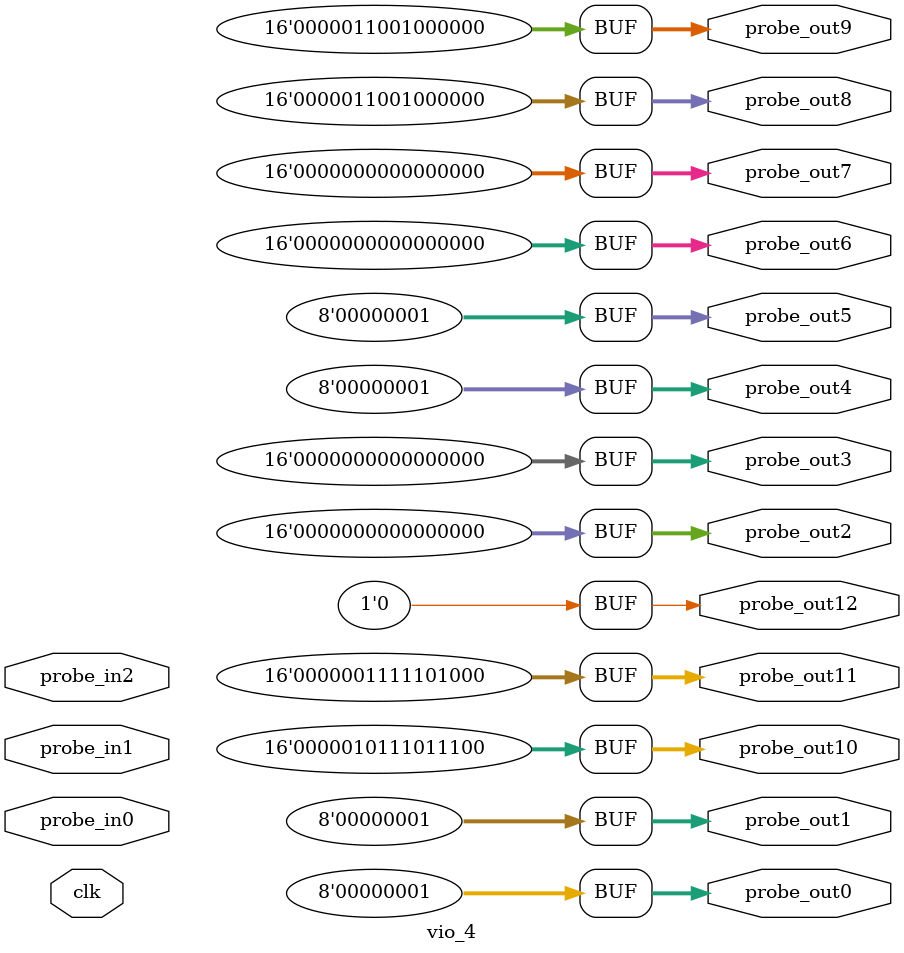
<source format=v>
`timescale 1ns / 1ps
module vio_4 (
clk,
probe_in0,probe_in1,probe_in2,
probe_out0,
probe_out1,
probe_out2,
probe_out3,
probe_out4,
probe_out5,
probe_out6,
probe_out7,
probe_out8,
probe_out9,
probe_out10,
probe_out11,
probe_out12
);

input clk;
input [15 : 0] probe_in0;
input [15 : 0] probe_in1;
input [19 : 0] probe_in2;

output reg [7 : 0] probe_out0 = 'h01 ;
output reg [7 : 0] probe_out1 = 'h01 ;
output reg [15 : 0] probe_out2 = 'h0000 ;
output reg [15 : 0] probe_out3 = 'h0000 ;
output reg [7 : 0] probe_out4 = 'h01 ;
output reg [7 : 0] probe_out5 = 'h01 ;
output reg [15 : 0] probe_out6 = 'h0000 ;
output reg [15 : 0] probe_out7 = 'h0000 ;
output reg [15 : 0] probe_out8 = 'h0640 ;
output reg [15 : 0] probe_out9 = 'h0640 ;
output reg [15 : 0] probe_out10 = 'h05DC ;
output reg [15 : 0] probe_out11 = 'h03E8 ;
output reg [0 : 0] probe_out12 = 'h0 ;


endmodule

</source>
